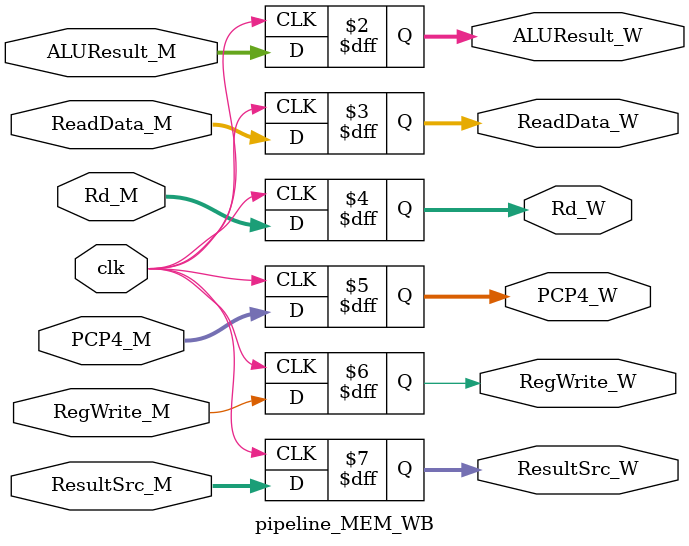
<source format=sv>
module pipeline_MEM_WB #(
    parameter WIDTH = 32
)(
    input logic clk,
    input logic [WIDTH - 1:0] ALUResult_M,
    input logic [WIDTH - 1:0] ReadData_M,
    input logic [4:0] Rd_M,
    input logic [WIDTH - 1:0] PCP4_M,
    output logic [WIDTH - 1:0] ALUResult_W,
    output logic [WIDTH - 1:0] ReadData_W,
    output logic [4:0] Rd_W,
    output logic [WIDTH - 1:0] PCP4_W,

    // Control unit
    input logic RegWrite_M,
    input logic [1:0] ResultSrc_M,
    output logic RegWrite_W,
    output logic [1:0] ResultSrc_W
);

always_ff @(posedge clk) begin
    // Control unit
    RegWrite_W <= RegWrite_M;
    ResultSrc_W <= ResultSrc_M;

    // Data path
    ALUResult_W <= ALUResult_M;
    ReadData_W <= ReadData_M;
    Rd_W <= Rd_M;
    PCP4_W <= PCP4_M;
    
end

endmodule

</source>
